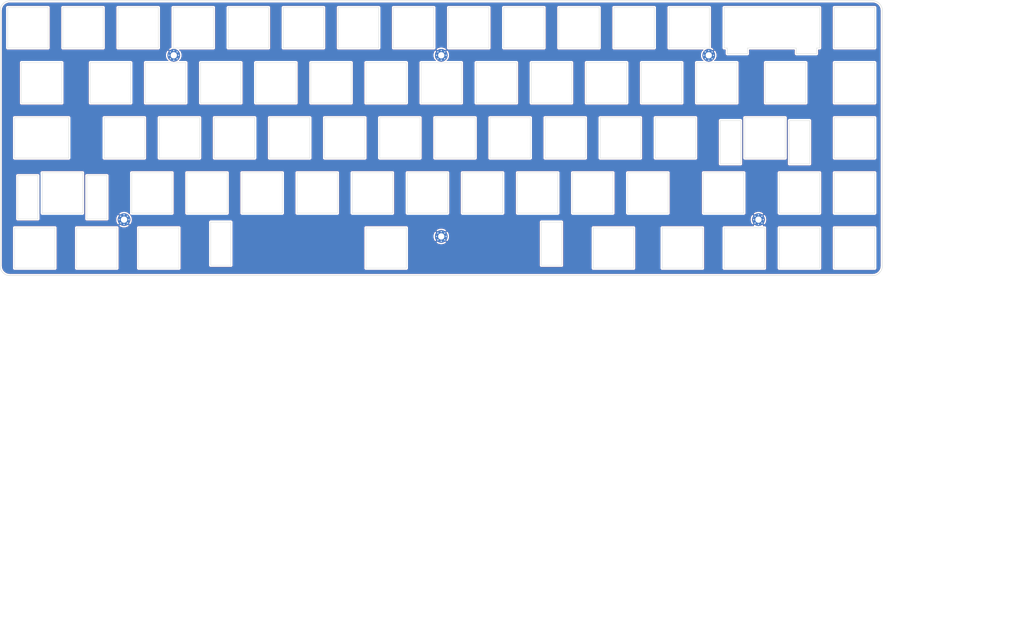
<source format=kicad_pcb>
(kicad_pcb (version 20171130) (host pcbnew "(5.1.5)-3")
  (layers (0 F.Cu signal) (31 B.Cu signal) (34 B.Paste user) (35 F.Paste user) (36 B.SilkS user) (37 F.SilkS user) (38 B.Mask user) (39 F.Mask user) (44 Edge.Cuts user))
  (net 0 "")
  (net 1 GND)
  (module MountingHole:MountingHole_2.2mm_M2_Pad_Via (layer F.Cu) (at 192.0854 82.547893)
    (fp_text reference H2 hide)
    (fp_text value MountingHole_Pad)
    (pad 1 thru_hole circle (at 1.166726 -1.166726) (size 0.7 0.7) (drill 0.4) (layers *.Cu *.Mask) (net 1 GND))
    (pad 1 thru_hole circle (at 0 -1.65) (size 0.7 0.7) (drill 0.4) (layers *.Cu *.Mask) (net 1 GND))
    (pad 1 thru_hole circle (at -1.166726 -1.166726) (size 0.7 0.7) (drill 0.4) (layers *.Cu *.Mask) (net 1 GND))
    (pad 1 thru_hole circle (at -1.65 0) (size 0.7 0.7) (drill 0.4) (layers *.Cu *.Mask) (net 1 GND))
    (pad 1 thru_hole circle (at -1.166726 1.166726) (size 0.7 0.7) (drill 0.4) (layers *.Cu *.Mask) (net 1 GND))
    (pad 1 thru_hole circle (at 0 1.65) (size 0.7 0.7) (drill 0.4) (layers *.Cu *.Mask) (net 1 GND))
    (pad 1 thru_hole circle (at 1.166726 1.166726) (size 0.7 0.7) (drill 0.4) (layers *.Cu *.Mask) (net 1 GND))
    (pad 1 thru_hole circle (at 1.65 0) (size 0.7 0.7) (drill 0.4) (layers *.Cu *.Mask) (net 1 GND))
    (pad 1 thru_hole circle (at 0 0) (size 4.4 4.4) (drill 2.2) (layers *.Cu *.Mask) (net 1 GND))
  )
  (module discipline-plate:MX-Cutout-2U-SplitBS (layer F.Cu) (at 306.3682 73.0204)
    (fp_text reference SW14)
    (fp_text value KEYSW)
    (fp_line (start -8.438 7) (end 8.438 7) (layer Edge.Cuts) (width 0.12))
    (fp_line (start 8.438 9) (end 15.438 9) (layer Edge.Cuts) (width 0.12))
    (fp_line (start 15.438 7) (end 15.438 9) (layer Edge.Cuts) (width 0.12))
    (fp_line (start 8.438 7) (end 8.438 9) (layer Edge.Cuts) (width 0.12))
    (fp_line (start -8.438 9) (end -8.438 7) (layer Edge.Cuts) (width 0.12))
    (fp_line (start -8.438 9) (end -15.438 9) (layer Edge.Cuts) (width 0.12))
    (fp_line (start -15.438 9) (end -15.438 7) (layer Edge.Cuts) (width 0.12))
    (fp_line (start -16.5244 7) (end -15.438 7) (layer Edge.Cuts) (width 0.12))
    (fp_line (start -16.5244 -7) (end -16.5244 7) (layer Edge.Cuts) (width 0.12))
    (fp_line (start 16.5244 -7) (end -16.5244 -7) (layer Edge.Cuts) (width 0.12))
    (fp_line (start 15.438 7) (end 16.5244 7) (layer Edge.Cuts) (width 0.12))
    (fp_line (start 16.5244 7) (end 16.5244 -7) (layer Edge.Cuts) (width 0.12))
  )
  (module discipline-plate:MX-Cutout-Caps (layer F.Cu) (at 56.3527 111.118)
    (fp_text reference SW31)
    (fp_text value KEYSW)
    (fp_line (start -11.7622 -7) (end -11.7622 7) (layer Edge.Cuts) (width 0.12))
    (fp_line (start -11.7622 7) (end 7 7) (layer Edge.Cuts) (width 0.12))
    (fp_line (start 7 7) (end 7 -7) (layer Edge.Cuts) (width 0.12))
    (fp_line (start 7 -7) (end -11.7622 -7) (layer Edge.Cuts) (width 0.12))
  )
  (module discipline-plate:MX-Cutout (layer F.Cu) (at 334.9414 149.2156)
    (fp_text reference SW68)
    (fp_text value KEYSW)
    (fp_line (start -7 -7) (end -7 7) (layer Edge.Cuts) (width 0.12))
    (fp_line (start -7 7) (end 7 7) (layer Edge.Cuts) (width 0.12))
    (fp_line (start 7 7) (end 7 -7) (layer Edge.Cuts) (width 0.12))
    (fp_line (start 7 -7) (end -7 -7) (layer Edge.Cuts) (width 0.12))
  )
  (module discipline-plate:MX-Cutout (layer F.Cu) (at 315.8926 149.2156)
    (fp_text reference SW67)
    (fp_text value KEYSW)
    (fp_line (start -7 -7) (end -7 7) (layer Edge.Cuts) (width 0.12))
    (fp_line (start -7 7) (end 7 7) (layer Edge.Cuts) (width 0.12))
    (fp_line (start 7 7) (end 7 -7) (layer Edge.Cuts) (width 0.12))
    (fp_line (start 7 -7) (end -7 -7) (layer Edge.Cuts) (width 0.12))
  )
  (module discipline-plate:MX-Cutout (layer F.Cu) (at 296.8438 149.2156)
    (fp_text reference SW66)
    (fp_text value KEYSW)
    (fp_line (start -7 -7) (end -7 7) (layer Edge.Cuts) (width 0.12))
    (fp_line (start -7 7) (end 7 7) (layer Edge.Cuts) (width 0.12))
    (fp_line (start 7 7) (end 7 -7) (layer Edge.Cuts) (width 0.12))
    (fp_line (start 7 -7) (end -7 -7) (layer Edge.Cuts) (width 0.12))
  )
  (module discipline-plate:MX-Cutout-1.25U (layer F.Cu) (at 275.4139 149.2156)
    (fp_text reference SW65)
    (fp_text value KEYSW)
    (fp_line (start -7 -7) (end -7 7) (layer Edge.Cuts) (width 0.12))
    (fp_line (start -7 7) (end 7 7) (layer Edge.Cuts) (width 0.12))
    (fp_line (start 7 7) (end 7 -7) (layer Edge.Cuts) (width 0.12))
    (fp_line (start 7 -7) (end -7 -7) (layer Edge.Cuts) (width 0.12))
  )
  (module discipline-plate:MX-Cutout-1.25U (layer F.Cu) (at 251.6029 149.2156)
    (fp_text reference SW64)
    (fp_text value KEYSW)
    (fp_line (start -7 -7) (end -7 7) (layer Edge.Cuts) (width 0.12))
    (fp_line (start -7 7) (end 7 7) (layer Edge.Cuts) (width 0.12))
    (fp_line (start 7 7) (end 7 -7) (layer Edge.Cuts) (width 0.12))
    (fp_line (start 7 -7) (end -7 -7) (layer Edge.Cuts) (width 0.12))
  )
  (module discipline-plate:MX-Cutout-7U-ReversedStabilizers (layer F.Cu) (at 173.0266 149.2156)
    (fp_text reference SW63)
    (fp_text value KEYSW)
    (fp_line (start -53.65 6) (end -60.65 6) (layer Edge.Cuts) (width 0.12))
    (fp_line (start -60.65 6) (end -60.65 -9) (layer Edge.Cuts) (width 0.12))
    (fp_line (start -53.65 6) (end -53.65 -9) (layer Edge.Cuts) (width 0.12))
    (fp_line (start -53.65 -9) (end -60.65 -9) (layer Edge.Cuts) (width 0.12))
    (fp_line (start -7 7) (end 7 7) (layer Edge.Cuts) (width 0.12))
    (fp_line (start 53.65 -9) (end 60.65 -9) (layer Edge.Cuts) (width 0.12))
    (fp_line (start 60.65 -9) (end 60.65 6) (layer Edge.Cuts) (width 0.12))
    (fp_line (start 7 -7) (end -7 -7) (layer Edge.Cuts) (width 0.12))
    (fp_line (start -7 -7) (end -7 7) (layer Edge.Cuts) (width 0.12))
    (fp_line (start 53.65 -9) (end 53.65 6) (layer Edge.Cuts) (width 0.12))
    (fp_line (start 53.65 6) (end 60.65 6) (layer Edge.Cuts) (width 0.12))
    (fp_line (start 7 7) (end 7 -7) (layer Edge.Cuts) (width 0.12))
  )
  (module discipline-plate:MX-Cutout-1.25U (layer F.Cu) (at 94.4503 149.2156)
    (fp_text reference SW62)
    (fp_text value KEYSW)
    (fp_line (start -7 -7) (end -7 7) (layer Edge.Cuts) (width 0.12))
    (fp_line (start -7 7) (end 7 7) (layer Edge.Cuts) (width 0.12))
    (fp_line (start 7 7) (end 7 -7) (layer Edge.Cuts) (width 0.12))
    (fp_line (start 7 -7) (end -7 -7) (layer Edge.Cuts) (width 0.12))
  )
  (module discipline-plate:MX-Cutout (layer F.Cu) (at 73.0204 149.2156)
    (fp_text reference SW61)
    (fp_text value KEYSW)
    (fp_line (start -7 -7) (end -7 7) (layer Edge.Cuts) (width 0.12))
    (fp_line (start -7 7) (end 7 7) (layer Edge.Cuts) (width 0.12))
    (fp_line (start 7 7) (end 7 -7) (layer Edge.Cuts) (width 0.12))
    (fp_line (start 7 -7) (end -7 -7) (layer Edge.Cuts) (width 0.12))
  )
  (module discipline-plate:MX-Cutout-1.25U (layer F.Cu) (at 51.5905 149.2156)
    (fp_text reference SW60)
    (fp_text value KEYSW)
    (fp_line (start -7 -7) (end -7 7) (layer Edge.Cuts) (width 0.12))
    (fp_line (start -7 7) (end 7 7) (layer Edge.Cuts) (width 0.12))
    (fp_line (start 7 7) (end 7 -7) (layer Edge.Cuts) (width 0.12))
    (fp_line (start 7 -7) (end -7 -7) (layer Edge.Cuts) (width 0.12))
  )
  (module discipline-plate:MX-Cutout (layer F.Cu) (at 334.9414 130.1668)
    (fp_text reference SW59)
    (fp_text value KEYSW)
    (fp_line (start -7 -7) (end -7 7) (layer Edge.Cuts) (width 0.12))
    (fp_line (start -7 7) (end 7 7) (layer Edge.Cuts) (width 0.12))
    (fp_line (start 7 7) (end 7 -7) (layer Edge.Cuts) (width 0.12))
    (fp_line (start 7 -7) (end -7 -7) (layer Edge.Cuts) (width 0.12))
  )
  (module discipline-plate:MX-Cutout (layer F.Cu) (at 315.8926 130.1668)
    (fp_text reference SW58)
    (fp_text value KEYSW)
    (fp_line (start -7 -7) (end -7 7) (layer Edge.Cuts) (width 0.12))
    (fp_line (start -7 7) (end 7 7) (layer Edge.Cuts) (width 0.12))
    (fp_line (start 7 7) (end 7 -7) (layer Edge.Cuts) (width 0.12))
    (fp_line (start 7 -7) (end -7 -7) (layer Edge.Cuts) (width 0.12))
  )
  (module discipline-plate:MX-Cutout-1.75U (layer F.Cu) (at 289.7005 130.1668)
    (fp_text reference SW57)
    (fp_text value KEYSW)
    (fp_line (start -7 -7) (end -7 7) (layer Edge.Cuts) (width 0.12))
    (fp_line (start -7 7) (end 7 7) (layer Edge.Cuts) (width 0.12))
    (fp_line (start 7 7) (end 7 -7) (layer Edge.Cuts) (width 0.12))
    (fp_line (start 7 -7) (end -7 -7) (layer Edge.Cuts) (width 0.12))
  )
  (module discipline-plate:MX-Cutout (layer F.Cu) (at 263.5084 130.1668)
    (fp_text reference SW56)
    (fp_text value KEYSW)
    (fp_line (start -7 -7) (end -7 7) (layer Edge.Cuts) (width 0.12))
    (fp_line (start -7 7) (end 7 7) (layer Edge.Cuts) (width 0.12))
    (fp_line (start 7 7) (end 7 -7) (layer Edge.Cuts) (width 0.12))
    (fp_line (start 7 -7) (end -7 -7) (layer Edge.Cuts) (width 0.12))
  )
  (module discipline-plate:MX-Cutout (layer F.Cu) (at 244.4596 130.1668)
    (fp_text reference SW55)
    (fp_text value KEYSW)
    (fp_line (start -7 -7) (end -7 7) (layer Edge.Cuts) (width 0.12))
    (fp_line (start -7 7) (end 7 7) (layer Edge.Cuts) (width 0.12))
    (fp_line (start 7 7) (end 7 -7) (layer Edge.Cuts) (width 0.12))
    (fp_line (start 7 -7) (end -7 -7) (layer Edge.Cuts) (width 0.12))
  )
  (module discipline-plate:MX-Cutout (layer F.Cu) (at 225.4108 130.1668)
    (fp_text reference SW54)
    (fp_text value KEYSW)
    (fp_line (start -7 -7) (end -7 7) (layer Edge.Cuts) (width 0.12))
    (fp_line (start -7 7) (end 7 7) (layer Edge.Cuts) (width 0.12))
    (fp_line (start 7 7) (end 7 -7) (layer Edge.Cuts) (width 0.12))
    (fp_line (start 7 -7) (end -7 -7) (layer Edge.Cuts) (width 0.12))
  )
  (module discipline-plate:MX-Cutout (layer F.Cu) (at 206.362 130.1668)
    (fp_text reference SW53)
    (fp_text value KEYSW)
    (fp_line (start -7 -7) (end -7 7) (layer Edge.Cuts) (width 0.12))
    (fp_line (start -7 7) (end 7 7) (layer Edge.Cuts) (width 0.12))
    (fp_line (start 7 7) (end 7 -7) (layer Edge.Cuts) (width 0.12))
    (fp_line (start 7 -7) (end -7 -7) (layer Edge.Cuts) (width 0.12))
  )
  (module discipline-plate:MX-Cutout (layer F.Cu) (at 187.3132 130.1668)
    (fp_text reference SW52)
    (fp_text value KEYSW)
    (fp_line (start -7 -7) (end -7 7) (layer Edge.Cuts) (width 0.12))
    (fp_line (start -7 7) (end 7 7) (layer Edge.Cuts) (width 0.12))
    (fp_line (start 7 7) (end 7 -7) (layer Edge.Cuts) (width 0.12))
    (fp_line (start 7 -7) (end -7 -7) (layer Edge.Cuts) (width 0.12))
  )
  (module discipline-plate:MX-Cutout (layer F.Cu) (at 168.2644 130.1668)
    (fp_text reference SW51)
    (fp_text value KEYSW)
    (fp_line (start -7 -7) (end -7 7) (layer Edge.Cuts) (width 0.12))
    (fp_line (start -7 7) (end 7 7) (layer Edge.Cuts) (width 0.12))
    (fp_line (start 7 7) (end 7 -7) (layer Edge.Cuts) (width 0.12))
    (fp_line (start 7 -7) (end -7 -7) (layer Edge.Cuts) (width 0.12))
  )
  (module discipline-plate:MX-Cutout (layer F.Cu) (at 149.2156 130.1668)
    (fp_text reference SW50)
    (fp_text value KEYSW)
    (fp_line (start -7 -7) (end -7 7) (layer Edge.Cuts) (width 0.12))
    (fp_line (start -7 7) (end 7 7) (layer Edge.Cuts) (width 0.12))
    (fp_line (start 7 7) (end 7 -7) (layer Edge.Cuts) (width 0.12))
    (fp_line (start 7 -7) (end -7 -7) (layer Edge.Cuts) (width 0.12))
  )
  (module discipline-plate:MX-Cutout (layer F.Cu) (at 130.1668 130.1668)
    (fp_text reference SW49)
    (fp_text value KEYSW)
    (fp_line (start -7 -7) (end -7 7) (layer Edge.Cuts) (width 0.12))
    (fp_line (start -7 7) (end 7 7) (layer Edge.Cuts) (width 0.12))
    (fp_line (start 7 7) (end 7 -7) (layer Edge.Cuts) (width 0.12))
    (fp_line (start 7 -7) (end -7 -7) (layer Edge.Cuts) (width 0.12))
  )
  (module discipline-plate:MX-Cutout (layer F.Cu) (at 111.118 130.1668)
    (fp_text reference SW48)
    (fp_text value KEYSW)
    (fp_line (start -7 -7) (end -7 7) (layer Edge.Cuts) (width 0.12))
    (fp_line (start -7 7) (end 7 7) (layer Edge.Cuts) (width 0.12))
    (fp_line (start 7 7) (end 7 -7) (layer Edge.Cuts) (width 0.12))
    (fp_line (start 7 -7) (end -7 -7) (layer Edge.Cuts) (width 0.12))
  )
  (module discipline-plate:MX-Cutout (layer F.Cu) (at 92.0692 130.1668)
    (fp_text reference SW47)
    (fp_text value KEYSW)
    (fp_line (start -7 -7) (end -7 7) (layer Edge.Cuts) (width 0.12))
    (fp_line (start -7 7) (end 7 7) (layer Edge.Cuts) (width 0.12))
    (fp_line (start 7 7) (end 7 -7) (layer Edge.Cuts) (width 0.12))
    (fp_line (start 7 -7) (end -7 -7) (layer Edge.Cuts) (width 0.12))
  )
  (module discipline-plate:MX-Cutout-2.25U (layer F.Cu) (at 61.1149 130.1668)
    (fp_text reference SW46)
    (fp_text value KEYSW)
    (fp_line (start -7 -7) (end -7 7) (layer Edge.Cuts) (width 0.12))
    (fp_line (start -7 7) (end 7 7) (layer Edge.Cuts) (width 0.12))
    (fp_line (start 7 7) (end 7 -7) (layer Edge.Cuts) (width 0.12))
    (fp_line (start 7 -7) (end -7 -7) (layer Edge.Cuts) (width 0.12))
    (fp_line (start 8.438 9) (end 15.438 9) (layer Edge.Cuts) (width 0.12))
    (fp_line (start 15.438 -6) (end 15.438 9) (layer Edge.Cuts) (width 0.12))
    (fp_line (start 8.438 -6) (end 15.438 -6) (layer Edge.Cuts) (width 0.12))
    (fp_line (start 8.438 -6) (end 8.438 9) (layer Edge.Cuts) (width 0.12))
    (fp_line (start -8.438 -6) (end -15.438 -6) (layer Edge.Cuts) (width 0.12))
    (fp_line (start -8.438 9) (end -8.438 -6) (layer Edge.Cuts) (width 0.12))
    (fp_line (start -8.438 9) (end -15.438 9) (layer Edge.Cuts) (width 0.12))
    (fp_line (start -15.438 9) (end -15.438 -6) (layer Edge.Cuts) (width 0.12))
  )
  (module discipline-plate:MX-Cutout (layer F.Cu) (at 334.9414 111.118)
    (fp_text reference SW45)
    (fp_text value KEYSW)
    (fp_line (start -7 -7) (end -7 7) (layer Edge.Cuts) (width 0.12))
    (fp_line (start -7 7) (end 7 7) (layer Edge.Cuts) (width 0.12))
    (fp_line (start 7 7) (end 7 -7) (layer Edge.Cuts) (width 0.12))
    (fp_line (start 7 -7) (end -7 -7) (layer Edge.Cuts) (width 0.12))
  )
  (module discipline-plate:MX-Cutout-1.5U (layer F.Cu) (at 311.1304 92.0692)
    (fp_text reference SW44)
    (fp_text value KEYSW)
    (fp_line (start -7 -7) (end -7 7) (layer Edge.Cuts) (width 0.12))
    (fp_line (start -7 7) (end 7 7) (layer Edge.Cuts) (width 0.12))
    (fp_line (start 7 7) (end 7 -7) (layer Edge.Cuts) (width 0.12))
    (fp_line (start 7 -7) (end -7 -7) (layer Edge.Cuts) (width 0.12))
  )
  (module discipline-plate:MX-Cutout-2.25U (layer F.Cu) (at 303.9871 111.118)
    (fp_text reference SW43)
    (fp_text value KEYSW)
    (fp_line (start -7 -7) (end -7 7) (layer Edge.Cuts) (width 0.12))
    (fp_line (start -7 7) (end 7 7) (layer Edge.Cuts) (width 0.12))
    (fp_line (start 7 7) (end 7 -7) (layer Edge.Cuts) (width 0.12))
    (fp_line (start 7 -7) (end -7 -7) (layer Edge.Cuts) (width 0.12))
    (fp_line (start 8.438 9) (end 15.438 9) (layer Edge.Cuts) (width 0.12))
    (fp_line (start 15.438 -6) (end 15.438 9) (layer Edge.Cuts) (width 0.12))
    (fp_line (start 8.438 -6) (end 15.438 -6) (layer Edge.Cuts) (width 0.12))
    (fp_line (start 8.438 -6) (end 8.438 9) (layer Edge.Cuts) (width 0.12))
    (fp_line (start -8.438 -6) (end -15.438 -6) (layer Edge.Cuts) (width 0.12))
    (fp_line (start -8.438 9) (end -8.438 -6) (layer Edge.Cuts) (width 0.12))
    (fp_line (start -8.438 9) (end -15.438 9) (layer Edge.Cuts) (width 0.12))
    (fp_line (start -15.438 9) (end -15.438 -6) (layer Edge.Cuts) (width 0.12))
  )
  (module discipline-plate:MX-Cutout (layer F.Cu) (at 273.0328 111.118)
    (fp_text reference SW42)
    (fp_text value KEYSW)
    (fp_line (start -7 -7) (end -7 7) (layer Edge.Cuts) (width 0.12))
    (fp_line (start -7 7) (end 7 7) (layer Edge.Cuts) (width 0.12))
    (fp_line (start 7 7) (end 7 -7) (layer Edge.Cuts) (width 0.12))
    (fp_line (start 7 -7) (end -7 -7) (layer Edge.Cuts) (width 0.12))
  )
  (module discipline-plate:MX-Cutout (layer F.Cu) (at 253.984 111.118)
    (fp_text reference SW41)
    (fp_text value KEYSW)
    (fp_line (start -7 -7) (end -7 7) (layer Edge.Cuts) (width 0.12))
    (fp_line (start -7 7) (end 7 7) (layer Edge.Cuts) (width 0.12))
    (fp_line (start 7 7) (end 7 -7) (layer Edge.Cuts) (width 0.12))
    (fp_line (start 7 -7) (end -7 -7) (layer Edge.Cuts) (width 0.12))
  )
  (module discipline-plate:MX-Cutout (layer F.Cu) (at 234.9352 111.118)
    (fp_text reference SW40)
    (fp_text value KEYSW)
    (fp_line (start -7 -7) (end -7 7) (layer Edge.Cuts) (width 0.12))
    (fp_line (start -7 7) (end 7 7) (layer Edge.Cuts) (width 0.12))
    (fp_line (start 7 7) (end 7 -7) (layer Edge.Cuts) (width 0.12))
    (fp_line (start 7 -7) (end -7 -7) (layer Edge.Cuts) (width 0.12))
  )
  (module discipline-plate:MX-Cutout (layer F.Cu) (at 215.8864 111.118)
    (fp_text reference SW39)
    (fp_text value KEYSW)
    (fp_line (start -7 -7) (end -7 7) (layer Edge.Cuts) (width 0.12))
    (fp_line (start -7 7) (end 7 7) (layer Edge.Cuts) (width 0.12))
    (fp_line (start 7 7) (end 7 -7) (layer Edge.Cuts) (width 0.12))
    (fp_line (start 7 -7) (end -7 -7) (layer Edge.Cuts) (width 0.12))
  )
  (module discipline-plate:MX-Cutout (layer F.Cu) (at 196.8376 111.118)
    (fp_text reference SW38)
    (fp_text value KEYSW)
    (fp_line (start -7 -7) (end -7 7) (layer Edge.Cuts) (width 0.12))
    (fp_line (start -7 7) (end 7 7) (layer Edge.Cuts) (width 0.12))
    (fp_line (start 7 7) (end 7 -7) (layer Edge.Cuts) (width 0.12))
    (fp_line (start 7 -7) (end -7 -7) (layer Edge.Cuts) (width 0.12))
  )
  (module discipline-plate:MX-Cutout (layer F.Cu) (at 177.7888 111.118)
    (fp_text reference SW37)
    (fp_text value KEYSW)
    (fp_line (start -7 -7) (end -7 7) (layer Edge.Cuts) (width 0.12))
    (fp_line (start -7 7) (end 7 7) (layer Edge.Cuts) (width 0.12))
    (fp_line (start 7 7) (end 7 -7) (layer Edge.Cuts) (width 0.12))
    (fp_line (start 7 -7) (end -7 -7) (layer Edge.Cuts) (width 0.12))
  )
  (module discipline-plate:MX-Cutout (layer F.Cu) (at 158.74 111.118)
    (fp_text reference SW36)
    (fp_text value KEYSW)
    (fp_line (start -7 -7) (end -7 7) (layer Edge.Cuts) (width 0.12))
    (fp_line (start -7 7) (end 7 7) (layer Edge.Cuts) (width 0.12))
    (fp_line (start 7 7) (end 7 -7) (layer Edge.Cuts) (width 0.12))
    (fp_line (start 7 -7) (end -7 -7) (layer Edge.Cuts) (width 0.12))
  )
  (module discipline-plate:MX-Cutout (layer F.Cu) (at 139.6912 111.118)
    (fp_text reference SW35)
    (fp_text value KEYSW)
    (fp_line (start -7 -7) (end -7 7) (layer Edge.Cuts) (width 0.12))
    (fp_line (start -7 7) (end 7 7) (layer Edge.Cuts) (width 0.12))
    (fp_line (start 7 7) (end 7 -7) (layer Edge.Cuts) (width 0.12))
    (fp_line (start 7 -7) (end -7 -7) (layer Edge.Cuts) (width 0.12))
  )
  (module discipline-plate:MX-Cutout (layer F.Cu) (at 120.6424 111.118)
    (fp_text reference SW34)
    (fp_text value KEYSW)
    (fp_line (start -7 -7) (end -7 7) (layer Edge.Cuts) (width 0.12))
    (fp_line (start -7 7) (end 7 7) (layer Edge.Cuts) (width 0.12))
    (fp_line (start 7 7) (end 7 -7) (layer Edge.Cuts) (width 0.12))
    (fp_line (start 7 -7) (end -7 -7) (layer Edge.Cuts) (width 0.12))
  )
  (module discipline-plate:MX-Cutout (layer F.Cu) (at 101.5936 111.118)
    (fp_text reference SW33)
    (fp_text value KEYSW)
    (fp_line (start -7 -7) (end -7 7) (layer Edge.Cuts) (width 0.12))
    (fp_line (start -7 7) (end 7 7) (layer Edge.Cuts) (width 0.12))
    (fp_line (start 7 7) (end 7 -7) (layer Edge.Cuts) (width 0.12))
    (fp_line (start 7 -7) (end -7 -7) (layer Edge.Cuts) (width 0.12))
  )
  (module discipline-plate:MX-Cutout (layer F.Cu) (at 82.5448 111.118)
    (fp_text reference SW32)
    (fp_text value KEYSW)
    (fp_line (start -7 -7) (end -7 7) (layer Edge.Cuts) (width 0.12))
    (fp_line (start -7 7) (end 7 7) (layer Edge.Cuts) (width 0.12))
    (fp_line (start 7 7) (end 7 -7) (layer Edge.Cuts) (width 0.12))
    (fp_line (start 7 -7) (end -7 -7) (layer Edge.Cuts) (width 0.12))
  )
  (module discipline-plate:MX-Cutout (layer F.Cu) (at 334.9414 92.0692)
    (fp_text reference SW30)
    (fp_text value KEYSW)
    (fp_line (start -7 -7) (end -7 7) (layer Edge.Cuts) (width 0.12))
    (fp_line (start -7 7) (end 7 7) (layer Edge.Cuts) (width 0.12))
    (fp_line (start 7 7) (end 7 -7) (layer Edge.Cuts) (width 0.12))
    (fp_line (start 7 -7) (end -7 -7) (layer Edge.Cuts) (width 0.12))
  )
  (module discipline-plate:MX-Cutout (layer F.Cu) (at 287.3194 92.0692)
    (fp_text reference SW28)
    (fp_text value KEYSW)
    (fp_line (start -7 -7) (end -7 7) (layer Edge.Cuts) (width 0.12))
    (fp_line (start -7 7) (end 7 7) (layer Edge.Cuts) (width 0.12))
    (fp_line (start 7 7) (end 7 -7) (layer Edge.Cuts) (width 0.12))
    (fp_line (start 7 -7) (end -7 -7) (layer Edge.Cuts) (width 0.12))
  )
  (module discipline-plate:MX-Cutout (layer F.Cu) (at 268.2706 92.0692)
    (fp_text reference SW27)
    (fp_text value KEYSW)
    (fp_line (start -7 -7) (end -7 7) (layer Edge.Cuts) (width 0.12))
    (fp_line (start -7 7) (end 7 7) (layer Edge.Cuts) (width 0.12))
    (fp_line (start 7 7) (end 7 -7) (layer Edge.Cuts) (width 0.12))
    (fp_line (start 7 -7) (end -7 -7) (layer Edge.Cuts) (width 0.12))
  )
  (module discipline-plate:MX-Cutout (layer F.Cu) (at 249.2218 92.0692)
    (fp_text reference SW26)
    (fp_text value KEYSW)
    (fp_line (start -7 -7) (end -7 7) (layer Edge.Cuts) (width 0.12))
    (fp_line (start -7 7) (end 7 7) (layer Edge.Cuts) (width 0.12))
    (fp_line (start 7 7) (end 7 -7) (layer Edge.Cuts) (width 0.12))
    (fp_line (start 7 -7) (end -7 -7) (layer Edge.Cuts) (width 0.12))
  )
  (module discipline-plate:MX-Cutout (layer F.Cu) (at 230.173 92.0692)
    (fp_text reference SW25)
    (fp_text value KEYSW)
    (fp_line (start -7 -7) (end -7 7) (layer Edge.Cuts) (width 0.12))
    (fp_line (start -7 7) (end 7 7) (layer Edge.Cuts) (width 0.12))
    (fp_line (start 7 7) (end 7 -7) (layer Edge.Cuts) (width 0.12))
    (fp_line (start 7 -7) (end -7 -7) (layer Edge.Cuts) (width 0.12))
  )
  (module discipline-plate:MX-Cutout (layer F.Cu) (at 211.1242 92.0692)
    (fp_text reference SW24)
    (fp_text value KEYSW)
    (fp_line (start -7 -7) (end -7 7) (layer Edge.Cuts) (width 0.12))
    (fp_line (start -7 7) (end 7 7) (layer Edge.Cuts) (width 0.12))
    (fp_line (start 7 7) (end 7 -7) (layer Edge.Cuts) (width 0.12))
    (fp_line (start 7 -7) (end -7 -7) (layer Edge.Cuts) (width 0.12))
  )
  (module discipline-plate:MX-Cutout (layer F.Cu) (at 192.0754 92.0692)
    (fp_text reference SW23)
    (fp_text value KEYSW)
    (fp_line (start -7 -7) (end -7 7) (layer Edge.Cuts) (width 0.12))
    (fp_line (start -7 7) (end 7 7) (layer Edge.Cuts) (width 0.12))
    (fp_line (start 7 7) (end 7 -7) (layer Edge.Cuts) (width 0.12))
    (fp_line (start 7 -7) (end -7 -7) (layer Edge.Cuts) (width 0.12))
  )
  (module discipline-plate:MX-Cutout (layer F.Cu) (at 173.0266 92.0692)
    (fp_text reference SW22)
    (fp_text value KEYSW)
    (fp_line (start -7 -7) (end -7 7) (layer Edge.Cuts) (width 0.12))
    (fp_line (start -7 7) (end 7 7) (layer Edge.Cuts) (width 0.12))
    (fp_line (start 7 7) (end 7 -7) (layer Edge.Cuts) (width 0.12))
    (fp_line (start 7 -7) (end -7 -7) (layer Edge.Cuts) (width 0.12))
  )
  (module discipline-plate:MX-Cutout (layer F.Cu) (at 153.9778 92.0692)
    (fp_text reference SW21)
    (fp_text value KEYSW)
    (fp_line (start -7 -7) (end -7 7) (layer Edge.Cuts) (width 0.12))
    (fp_line (start -7 7) (end 7 7) (layer Edge.Cuts) (width 0.12))
    (fp_line (start 7 7) (end 7 -7) (layer Edge.Cuts) (width 0.12))
    (fp_line (start 7 -7) (end -7 -7) (layer Edge.Cuts) (width 0.12))
  )
  (module discipline-plate:MX-Cutout (layer F.Cu) (at 134.929 92.0692)
    (fp_text reference SW20)
    (fp_text value KEYSW)
    (fp_line (start -7 -7) (end -7 7) (layer Edge.Cuts) (width 0.12))
    (fp_line (start -7 7) (end 7 7) (layer Edge.Cuts) (width 0.12))
    (fp_line (start 7 7) (end 7 -7) (layer Edge.Cuts) (width 0.12))
    (fp_line (start 7 -7) (end -7 -7) (layer Edge.Cuts) (width 0.12))
  )
  (module discipline-plate:MX-Cutout (layer F.Cu) (at 115.8802 92.0692)
    (fp_text reference SW19)
    (fp_text value KEYSW)
    (fp_line (start -7 -7) (end -7 7) (layer Edge.Cuts) (width 0.12))
    (fp_line (start -7 7) (end 7 7) (layer Edge.Cuts) (width 0.12))
    (fp_line (start 7 7) (end 7 -7) (layer Edge.Cuts) (width 0.12))
    (fp_line (start 7 -7) (end -7 -7) (layer Edge.Cuts) (width 0.12))
  )
  (module discipline-plate:MX-Cutout (layer F.Cu) (at 96.8314 92.0692)
    (fp_text reference SW18)
    (fp_text value KEYSW)
    (fp_line (start -7 -7) (end -7 7) (layer Edge.Cuts) (width 0.12))
    (fp_line (start -7 7) (end 7 7) (layer Edge.Cuts) (width 0.12))
    (fp_line (start 7 7) (end 7 -7) (layer Edge.Cuts) (width 0.12))
    (fp_line (start 7 -7) (end -7 -7) (layer Edge.Cuts) (width 0.12))
  )
  (module discipline-plate:MX-Cutout (layer F.Cu) (at 77.7826 92.0692)
    (fp_text reference SW17)
    (fp_text value KEYSW)
    (fp_line (start -7 -7) (end -7 7) (layer Edge.Cuts) (width 0.12))
    (fp_line (start -7 7) (end 7 7) (layer Edge.Cuts) (width 0.12))
    (fp_line (start 7 7) (end 7 -7) (layer Edge.Cuts) (width 0.12))
    (fp_line (start 7 -7) (end -7 -7) (layer Edge.Cuts) (width 0.12))
  )
  (module discipline-plate:MX-Cutout-1.5U (layer F.Cu) (at 53.9716 92.0692)
    (fp_text reference SW16)
    (fp_text value KEYSW)
    (fp_line (start -7 -7) (end -7 7) (layer Edge.Cuts) (width 0.12))
    (fp_line (start -7 7) (end 7 7) (layer Edge.Cuts) (width 0.12))
    (fp_line (start 7 7) (end 7 -7) (layer Edge.Cuts) (width 0.12))
    (fp_line (start 7 -7) (end -7 -7) (layer Edge.Cuts) (width 0.12))
  )
  (module discipline-plate:MX-Cutout (layer F.Cu) (at 334.9414 73.0204)
    (fp_text reference SW15)
    (fp_text value KEYSW)
    (fp_line (start -7 -7) (end -7 7) (layer Edge.Cuts) (width 0.12))
    (fp_line (start -7 7) (end 7 7) (layer Edge.Cuts) (width 0.12))
    (fp_line (start 7 7) (end 7 -7) (layer Edge.Cuts) (width 0.12))
    (fp_line (start 7 -7) (end -7 -7) (layer Edge.Cuts) (width 0.12))
  )
  (module discipline-plate:MX-Cutout (layer F.Cu) (at 277.795 73.0204)
    (fp_text reference SW13)
    (fp_text value KEYSW)
    (fp_line (start -7 -7) (end -7 7) (layer Edge.Cuts) (width 0.12))
    (fp_line (start -7 7) (end 7 7) (layer Edge.Cuts) (width 0.12))
    (fp_line (start 7 7) (end 7 -7) (layer Edge.Cuts) (width 0.12))
    (fp_line (start 7 -7) (end -7 -7) (layer Edge.Cuts) (width 0.12))
  )
  (module discipline-plate:MX-Cutout (layer F.Cu) (at 258.7462 73.0204)
    (fp_text reference SW12)
    (fp_text value KEYSW)
    (fp_line (start -7 -7) (end -7 7) (layer Edge.Cuts) (width 0.12))
    (fp_line (start -7 7) (end 7 7) (layer Edge.Cuts) (width 0.12))
    (fp_line (start 7 7) (end 7 -7) (layer Edge.Cuts) (width 0.12))
    (fp_line (start 7 -7) (end -7 -7) (layer Edge.Cuts) (width 0.12))
  )
  (module discipline-plate:MX-Cutout (layer F.Cu) (at 239.6974 73.0204)
    (fp_text reference SW11)
    (fp_text value KEYSW)
    (fp_line (start -7 -7) (end -7 7) (layer Edge.Cuts) (width 0.12))
    (fp_line (start -7 7) (end 7 7) (layer Edge.Cuts) (width 0.12))
    (fp_line (start 7 7) (end 7 -7) (layer Edge.Cuts) (width 0.12))
    (fp_line (start 7 -7) (end -7 -7) (layer Edge.Cuts) (width 0.12))
  )
  (module discipline-plate:MX-Cutout (layer F.Cu) (at 220.6486 73.0204)
    (fp_text reference SW10)
    (fp_text value KEYSW)
    (fp_line (start -7 -7) (end -7 7) (layer Edge.Cuts) (width 0.12))
    (fp_line (start -7 7) (end 7 7) (layer Edge.Cuts) (width 0.12))
    (fp_line (start 7 7) (end 7 -7) (layer Edge.Cuts) (width 0.12))
    (fp_line (start 7 -7) (end -7 -7) (layer Edge.Cuts) (width 0.12))
  )
  (module discipline-plate:MX-Cutout (layer F.Cu) (at 201.5998 73.0204)
    (fp_text reference SW9)
    (fp_text value KEYSW)
    (fp_line (start -7 -7) (end -7 7) (layer Edge.Cuts) (width 0.12))
    (fp_line (start -7 7) (end 7 7) (layer Edge.Cuts) (width 0.12))
    (fp_line (start 7 7) (end 7 -7) (layer Edge.Cuts) (width 0.12))
    (fp_line (start 7 -7) (end -7 -7) (layer Edge.Cuts) (width 0.12))
  )
  (module discipline-plate:MX-Cutout (layer F.Cu) (at 182.551 73.0204)
    (fp_text reference SW8)
    (fp_text value KEYSW)
    (fp_line (start -7 -7) (end -7 7) (layer Edge.Cuts) (width 0.12))
    (fp_line (start -7 7) (end 7 7) (layer Edge.Cuts) (width 0.12))
    (fp_line (start 7 7) (end 7 -7) (layer Edge.Cuts) (width 0.12))
    (fp_line (start 7 -7) (end -7 -7) (layer Edge.Cuts) (width 0.12))
  )
  (module discipline-plate:MX-Cutout (layer F.Cu) (at 163.5022 73.0204)
    (fp_text reference SW7)
    (fp_text value KEYSW)
    (fp_line (start -7 -7) (end -7 7) (layer Edge.Cuts) (width 0.12))
    (fp_line (start -7 7) (end 7 7) (layer Edge.Cuts) (width 0.12))
    (fp_line (start 7 7) (end 7 -7) (layer Edge.Cuts) (width 0.12))
    (fp_line (start 7 -7) (end -7 -7) (layer Edge.Cuts) (width 0.12))
  )
  (module discipline-plate:MX-Cutout (layer F.Cu) (at 144.4534 73.0204)
    (fp_text reference SW6)
    (fp_text value KEYSW)
    (fp_line (start -7 -7) (end -7 7) (layer Edge.Cuts) (width 0.12))
    (fp_line (start -7 7) (end 7 7) (layer Edge.Cuts) (width 0.12))
    (fp_line (start 7 7) (end 7 -7) (layer Edge.Cuts) (width 0.12))
    (fp_line (start 7 -7) (end -7 -7) (layer Edge.Cuts) (width 0.12))
  )
  (module discipline-plate:MX-Cutout (layer F.Cu) (at 125.4046 73.0204)
    (fp_text reference SW5)
    (fp_text value KEYSW)
    (fp_line (start -7 -7) (end -7 7) (layer Edge.Cuts) (width 0.12))
    (fp_line (start -7 7) (end 7 7) (layer Edge.Cuts) (width 0.12))
    (fp_line (start 7 7) (end 7 -7) (layer Edge.Cuts) (width 0.12))
    (fp_line (start 7 -7) (end -7 -7) (layer Edge.Cuts) (width 0.12))
  )
  (module discipline-plate:MX-Cutout (layer F.Cu) (at 106.3558 73.0204)
    (fp_text reference SW4)
    (fp_text value KEYSW)
    (fp_line (start -7 -7) (end -7 7) (layer Edge.Cuts) (width 0.12))
    (fp_line (start -7 7) (end 7 7) (layer Edge.Cuts) (width 0.12))
    (fp_line (start 7 7) (end 7 -7) (layer Edge.Cuts) (width 0.12))
    (fp_line (start 7 -7) (end -7 -7) (layer Edge.Cuts) (width 0.12))
  )
  (module discipline-plate:MX-Cutout (layer F.Cu) (at 87.307 73.0204)
    (fp_text reference SW3)
    (fp_text value KEYSW)
    (fp_line (start -7 -7) (end -7 7) (layer Edge.Cuts) (width 0.12))
    (fp_line (start -7 7) (end 7 7) (layer Edge.Cuts) (width 0.12))
    (fp_line (start 7 7) (end 7 -7) (layer Edge.Cuts) (width 0.12))
    (fp_line (start 7 -7) (end -7 -7) (layer Edge.Cuts) (width 0.12))
  )
  (module discipline-plate:MX-Cutout (layer F.Cu) (at 68.2582 73.0204)
    (fp_text reference SW2)
    (fp_text value KEYSW)
    (fp_line (start -7 -7) (end -7 7) (layer Edge.Cuts) (width 0.12))
    (fp_line (start -7 7) (end 7 7) (layer Edge.Cuts) (width 0.12))
    (fp_line (start 7 7) (end 7 -7) (layer Edge.Cuts) (width 0.12))
    (fp_line (start 7 -7) (end -7 -7) (layer Edge.Cuts) (width 0.12))
  )
  (module discipline-plate:MX-Cutout (layer F.Cu) (at 49.2094 73.0204)
    (fp_text reference SW1)
    (fp_text value KEYSW)
    (fp_line (start -7 -7) (end -7 7) (layer Edge.Cuts) (width 0.12))
    (fp_line (start -7 7) (end 7 7) (layer Edge.Cuts) (width 0.12))
    (fp_line (start 7 7) (end 7 -7) (layer Edge.Cuts) (width 0.12))
    (fp_line (start 7 -7) (end -7 -7) (layer Edge.Cuts) (width 0.12))
  )
  (module MountingHole:MountingHole_2.2mm_M2_Pad_Via (layer F.Cu) (at 301.72412 139.397893)
    (fp_text reference H6 hide)
    (fp_text value MountingHole_Pad)
    (pad 1 thru_hole circle (at 1.166726 -1.166726) (size 0.7 0.7) (drill 0.4) (layers *.Cu *.Mask) (net 1 GND))
    (pad 1 thru_hole circle (at 0 -1.65) (size 0.7 0.7) (drill 0.4) (layers *.Cu *.Mask) (net 1 GND))
    (pad 1 thru_hole circle (at -1.166726 -1.166726) (size 0.7 0.7) (drill 0.4) (layers *.Cu *.Mask) (net 1 GND))
    (pad 1 thru_hole circle (at -1.65 0) (size 0.7 0.7) (drill 0.4) (layers *.Cu *.Mask) (net 1 GND))
    (pad 1 thru_hole circle (at -1.166726 1.166726) (size 0.7 0.7) (drill 0.4) (layers *.Cu *.Mask) (net 1 GND))
    (pad 1 thru_hole circle (at 0 1.65) (size 0.7 0.7) (drill 0.4) (layers *.Cu *.Mask) (net 1 GND))
    (pad 1 thru_hole circle (at 1.166726 1.166726) (size 0.7 0.7) (drill 0.4) (layers *.Cu *.Mask) (net 1 GND))
    (pad 1 thru_hole circle (at 1.65 0) (size 0.7 0.7) (drill 0.4) (layers *.Cu *.Mask) (net 1 GND))
    (pad 1 thru_hole circle (at 0 0) (size 4.4 4.4) (drill 2.2) (layers *.Cu *.Mask) (net 1 GND))
  )
  (module MountingHole:MountingHole_2.2mm_M2_Pad_Via (layer F.Cu) (at 192.08412 145.207893)
    (fp_text reference H5 hide)
    (fp_text value MountingHole_Pad)
    (pad 1 thru_hole circle (at 1.166726 -1.166726) (size 0.7 0.7) (drill 0.4) (layers *.Cu *.Mask) (net 1 GND))
    (pad 1 thru_hole circle (at 0 -1.65) (size 0.7 0.7) (drill 0.4) (layers *.Cu *.Mask) (net 1 GND))
    (pad 1 thru_hole circle (at -1.166726 -1.166726) (size 0.7 0.7) (drill 0.4) (layers *.Cu *.Mask) (net 1 GND))
    (pad 1 thru_hole circle (at -1.65 0) (size 0.7 0.7) (drill 0.4) (layers *.Cu *.Mask) (net 1 GND))
    (pad 1 thru_hole circle (at -1.166726 1.166726) (size 0.7 0.7) (drill 0.4) (layers *.Cu *.Mask) (net 1 GND))
    (pad 1 thru_hole circle (at 0 1.65) (size 0.7 0.7) (drill 0.4) (layers *.Cu *.Mask) (net 1 GND))
    (pad 1 thru_hole circle (at 1.166726 1.166726) (size 0.7 0.7) (drill 0.4) (layers *.Cu *.Mask) (net 1 GND))
    (pad 1 thru_hole circle (at 1.65 0) (size 0.7 0.7) (drill 0.4) (layers *.Cu *.Mask) (net 1 GND))
    (pad 1 thru_hole circle (at 0 0) (size 4.4 4.4) (drill 2.2) (layers *.Cu *.Mask) (net 1 GND))
  )
  (module MountingHole:MountingHole_2.2mm_M2_Pad_Via (layer F.Cu) (at 82.43412 139.397893)
    (fp_text reference H4 hide)
    (fp_text value MountingHole_Pad)
    (pad 1 thru_hole circle (at 1.166726 -1.166726) (size 0.7 0.7) (drill 0.4) (layers *.Cu *.Mask) (net 1 GND))
    (pad 1 thru_hole circle (at 0 -1.65) (size 0.7 0.7) (drill 0.4) (layers *.Cu *.Mask) (net 1 GND))
    (pad 1 thru_hole circle (at -1.166726 -1.166726) (size 0.7 0.7) (drill 0.4) (layers *.Cu *.Mask) (net 1 GND))
    (pad 1 thru_hole circle (at -1.65 0) (size 0.7 0.7) (drill 0.4) (layers *.Cu *.Mask) (net 1 GND))
    (pad 1 thru_hole circle (at -1.166726 1.166726) (size 0.7 0.7) (drill 0.4) (layers *.Cu *.Mask) (net 1 GND))
    (pad 1 thru_hole circle (at 0 1.65) (size 0.7 0.7) (drill 0.4) (layers *.Cu *.Mask) (net 1 GND))
    (pad 1 thru_hole circle (at 1.166726 1.166726) (size 0.7 0.7) (drill 0.4) (layers *.Cu *.Mask) (net 1 GND))
    (pad 1 thru_hole circle (at 1.65 0) (size 0.7 0.7) (drill 0.4) (layers *.Cu *.Mask) (net 1 GND))
    (pad 1 thru_hole circle (at 0 0) (size 4.4 4.4) (drill 2.2) (layers *.Cu *.Mask) (net 1 GND))
  )
  (module MountingHole:MountingHole_2.2mm_M2_Pad_Via (layer F.Cu) (at 284.538871 82.547893)
    (fp_text reference H3 hide)
    (fp_text value MountingHole_Pad)
    (pad 1 thru_hole circle (at 1.166726 -1.166726) (size 0.7 0.7) (drill 0.4) (layers *.Cu *.Mask) (net 1 GND))
    (pad 1 thru_hole circle (at 0 -1.65) (size 0.7 0.7) (drill 0.4) (layers *.Cu *.Mask) (net 1 GND))
    (pad 1 thru_hole circle (at -1.166726 -1.166726) (size 0.7 0.7) (drill 0.4) (layers *.Cu *.Mask) (net 1 GND))
    (pad 1 thru_hole circle (at -1.65 0) (size 0.7 0.7) (drill 0.4) (layers *.Cu *.Mask) (net 1 GND))
    (pad 1 thru_hole circle (at -1.166726 1.166726) (size 0.7 0.7) (drill 0.4) (layers *.Cu *.Mask) (net 1 GND))
    (pad 1 thru_hole circle (at 0 1.65) (size 0.7 0.7) (drill 0.4) (layers *.Cu *.Mask) (net 1 GND))
    (pad 1 thru_hole circle (at 1.166726 1.166726) (size 0.7 0.7) (drill 0.4) (layers *.Cu *.Mask) (net 1 GND))
    (pad 1 thru_hole circle (at 1.65 0) (size 0.7 0.7) (drill 0.4) (layers *.Cu *.Mask) (net 1 GND))
    (pad 1 thru_hole circle (at 0 0) (size 4.4 4.4) (drill 2.2) (layers *.Cu *.Mask) (net 1 GND))
  )
  (module MountingHole:MountingHole_2.2mm_M2_Pad_Via (layer F.Cu) (at 99.62412 82.547893)
    (fp_text reference H1 hide)
    (fp_text value MountingHole_Pad)
    (pad 1 thru_hole circle (at 1.166726 -1.166726) (size 0.7 0.7) (drill 0.4) (layers *.Cu *.Mask) (net 1 GND))
    (pad 1 thru_hole circle (at 0 -1.65) (size 0.7 0.7) (drill 0.4) (layers *.Cu *.Mask) (net 1 GND))
    (pad 1 thru_hole circle (at -1.166726 -1.166726) (size 0.7 0.7) (drill 0.4) (layers *.Cu *.Mask) (net 1 GND))
    (pad 1 thru_hole circle (at -1.65 0) (size 0.7 0.7) (drill 0.4) (layers *.Cu *.Mask) (net 1 GND))
    (pad 1 thru_hole circle (at -1.166726 1.166726) (size 0.7 0.7) (drill 0.4) (layers *.Cu *.Mask) (net 1 GND))
    (pad 1 thru_hole circle (at 0 1.65) (size 0.7 0.7) (drill 0.4) (layers *.Cu *.Mask) (net 1 GND))
    (pad 1 thru_hole circle (at 1.166726 1.166726) (size 0.7 0.7) (drill 0.4) (layers *.Cu *.Mask) (net 1 GND))
    (pad 1 thru_hole circle (at 1.65 0) (size 0.7 0.7) (drill 0.4) (layers *.Cu *.Mask) (net 1 GND))
    (pad 1 thru_hole circle (at 0 0) (size 4.4 4.4) (drill 2.2) (layers *.Cu *.Mask) (net 1 GND))
  )
  (gr_arc (start 341.2214 67.027959) (end 344.528459 67.027959) (angle -90) (layer Edge.Cuts) (width 0.15))
  (gr_arc (start 42.941591 67.027959) (end 42.941591 63.7209) (angle -90) (layer Edge.Cuts) (width 0.15))
  (gr_line (start 42.941591 63.7209) (end 341.2214 63.7209) (layer Edge.Cuts) (width 0.15))
  (gr_line (start 341.2214 158.748869) (end 42.944591 158.748869) (layer Edge.Cuts) (width 0.15))
  (gr_line (start 344.528459 67.027959) (end 344.528459 155.44181) (layer Edge.Cuts) (width 0.15))
  (gr_line (start 39.634532 155.444809) (end 39.634532 67.027959) (layer Edge.Cuts) (width 0.15))
  (gr_arc (start 341.2214 155.44181) (end 341.2214 158.748869) (angle -90) (layer Edge.Cuts) (width 0.15))
  (gr_arc (start 42.941591 155.441809) (end 39.634532 155.444809) (angle -90) (layer Edge.Cuts) (width 0.15))
  (zone (net 1) (net_name GND) (layer F.Cu) (connect_pads (clearance 0.508)) (min_thickness 0.254) (fill yes (arc_segments 16) (thermal_gap 0.508) (thermal_bridge_width 0.508))
    (polygon (pts (xy 39.685 63.496) (xy 344.4658 63.496) (xy 344.4658 158.74) (xy 39.685 158.74)))
  )
  (zone (net 1) (net_name GND) (layer B.Cu) (connect_pads (clearance 0.508)) (min_thickness 0.254) (fill yes (arc_segments 16) (thermal_gap 0.508) (thermal_bridge_width 0.508))
    (polygon (pts (xy 39.685 63.496) (xy 344.4658 63.496) (xy 344.4658 158.74) (xy 39.685 158.74)))
  )
)
</source>
